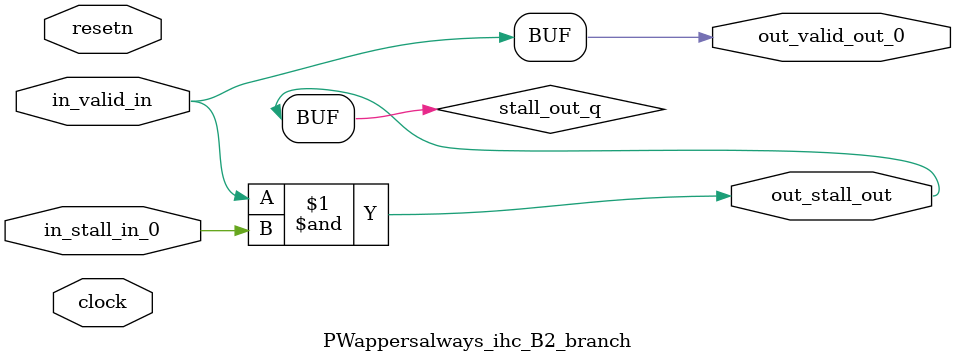
<source format=sv>



(* altera_attribute = "-name AUTO_SHIFT_REGISTER_RECOGNITION OFF; -name MESSAGE_DISABLE 10036; -name MESSAGE_DISABLE 10037; -name MESSAGE_DISABLE 14130; -name MESSAGE_DISABLE 14320; -name MESSAGE_DISABLE 15400; -name MESSAGE_DISABLE 14130; -name MESSAGE_DISABLE 10036; -name MESSAGE_DISABLE 12020; -name MESSAGE_DISABLE 12030; -name MESSAGE_DISABLE 12010; -name MESSAGE_DISABLE 12110; -name MESSAGE_DISABLE 14320; -name MESSAGE_DISABLE 13410; -name MESSAGE_DISABLE 113007; -name MESSAGE_DISABLE 10958" *)
module PWappersalways_ihc_B2_branch (
    input wire [0:0] in_stall_in_0,
    input wire [0:0] in_valid_in,
    output wire [0:0] out_stall_out,
    output wire [0:0] out_valid_out_0,
    input wire clock,
    input wire resetn
    );

    wire [0:0] stall_out_q;


    // stall_out(LOGICAL,6)
    assign stall_out_q = in_valid_in & in_stall_in_0;

    // out_stall_out(GPOUT,4)
    assign out_stall_out = stall_out_q;

    // out_valid_out_0(GPOUT,5)
    assign out_valid_out_0 = in_valid_in;

endmodule

</source>
